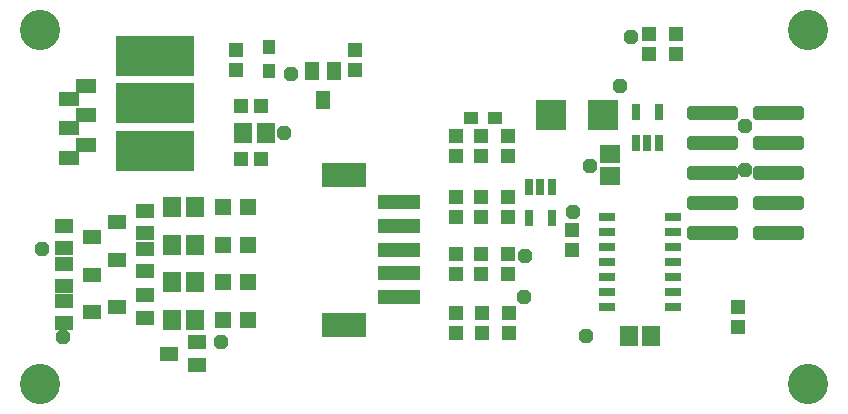
<source format=gbr>
G75*
G70*
%OFA0B0*%
%FSLAX24Y24*%
%IPPOS*%
%LPD*%
%AMOC8*
5,1,8,0,0,1.08239X$1,22.5*
%
%ADD10C,0.1340*%
%ADD11R,0.0513X0.0474*%
%ADD12R,0.0474X0.0513*%
%ADD13R,0.0552X0.0316*%
%ADD14R,0.1025X0.1025*%
%ADD15R,0.0671X0.0592*%
%ADD16C,0.0237*%
%ADD17R,0.0592X0.0671*%
%ADD18R,0.0631X0.0474*%
%ADD19R,0.0474X0.0631*%
%ADD20R,0.0552X0.0552*%
%ADD21R,0.0474X0.0395*%
%ADD22R,0.0297X0.0552*%
%ADD23R,0.1419X0.0474*%
%ADD24R,0.1497X0.0789*%
%ADD25R,0.0395X0.0474*%
%ADD26R,0.0651X0.0474*%
%ADD27R,0.2620X0.1360*%
%ADD28OC8,0.0476*%
D10*
X001084Y001428D03*
X001084Y013239D03*
X026675Y013239D03*
X026675Y001428D03*
D11*
X024332Y003332D03*
X024332Y004001D03*
X015820Y003804D03*
X014948Y003804D03*
X014948Y003135D03*
X015820Y003135D03*
X015781Y005107D03*
X014948Y005107D03*
X014948Y005777D03*
X015781Y005777D03*
X015781Y007001D03*
X014948Y007001D03*
X014948Y007670D03*
X015781Y007670D03*
X015781Y009013D03*
X014948Y009013D03*
X014948Y009682D03*
X015781Y009682D03*
X011565Y011899D03*
X011565Y012568D03*
X007620Y012574D03*
X007620Y011904D03*
X022266Y012414D03*
X022266Y013084D03*
D12*
X021377Y013084D03*
X021377Y012414D03*
X016658Y009682D03*
X016658Y009013D03*
X016658Y007670D03*
X016658Y007001D03*
X018804Y006568D03*
X018804Y005899D03*
X016658Y005777D03*
X016658Y005107D03*
X016697Y003804D03*
X016697Y003135D03*
X008435Y008944D03*
X007765Y008944D03*
X007780Y010699D03*
X008449Y010699D03*
D13*
X019965Y006983D03*
X019965Y006483D03*
X019965Y005983D03*
X019965Y005483D03*
X019965Y004983D03*
X019965Y004483D03*
X019965Y003983D03*
X022170Y003983D03*
X022170Y004483D03*
X022170Y004983D03*
X022170Y005483D03*
X022170Y005983D03*
X022170Y006483D03*
X022170Y006983D03*
D14*
X019835Y010412D03*
X018103Y010412D03*
D15*
X020068Y009107D03*
X020068Y008359D03*
D16*
X022726Y008586D02*
X024204Y008586D01*
X024204Y008348D01*
X022726Y008348D01*
X022726Y008586D01*
X022726Y008584D02*
X024204Y008584D01*
X024926Y008586D02*
X026404Y008586D01*
X026404Y008348D01*
X024926Y008348D01*
X024926Y008586D01*
X024926Y008584D02*
X026404Y008584D01*
X026404Y009586D02*
X024926Y009586D01*
X026404Y009586D02*
X026404Y009348D01*
X024926Y009348D01*
X024926Y009586D01*
X024926Y009584D02*
X026404Y009584D01*
X026404Y010586D02*
X024926Y010586D01*
X026404Y010586D02*
X026404Y010348D01*
X024926Y010348D01*
X024926Y010586D01*
X024926Y010584D02*
X026404Y010584D01*
X024204Y010586D02*
X022726Y010586D01*
X024204Y010586D02*
X024204Y010348D01*
X022726Y010348D01*
X022726Y010586D01*
X022726Y010584D02*
X024204Y010584D01*
X024204Y009586D02*
X022726Y009586D01*
X024204Y009586D02*
X024204Y009348D01*
X022726Y009348D01*
X022726Y009586D01*
X022726Y009584D02*
X024204Y009584D01*
X024204Y007586D02*
X022726Y007586D01*
X024204Y007586D02*
X024204Y007348D01*
X022726Y007348D01*
X022726Y007586D01*
X022726Y007584D02*
X024204Y007584D01*
X024926Y007586D02*
X026404Y007586D01*
X026404Y007348D01*
X024926Y007348D01*
X024926Y007586D01*
X024926Y007584D02*
X026404Y007584D01*
X026404Y006586D02*
X024926Y006586D01*
X026404Y006586D02*
X026404Y006348D01*
X024926Y006348D01*
X024926Y006586D01*
X024926Y006584D02*
X026404Y006584D01*
X024204Y006586D02*
X022726Y006586D01*
X024204Y006586D02*
X024204Y006348D01*
X022726Y006348D01*
X022726Y006586D01*
X022726Y006584D02*
X024204Y006584D01*
D17*
X021442Y003036D03*
X020694Y003036D03*
X008594Y009794D03*
X007846Y009794D03*
X006224Y007320D03*
X005476Y007320D03*
X005476Y006070D03*
X006224Y006070D03*
X006224Y004820D03*
X005476Y004820D03*
X005476Y003570D03*
X006224Y003570D03*
D18*
X006322Y002819D03*
X005378Y002445D03*
X006322Y002071D03*
X004572Y003631D03*
X003628Y004005D03*
X002822Y003820D03*
X001878Y004194D03*
X001878Y004696D03*
X002822Y005070D03*
X003628Y005570D03*
X004572Y005944D03*
X004572Y006446D03*
X003628Y006820D03*
X002822Y006320D03*
X001878Y006694D03*
X001878Y005946D03*
X001878Y005444D03*
X004572Y005196D03*
X004572Y004379D03*
X001878Y003446D03*
X004572Y007194D03*
D19*
X010512Y010908D03*
X010138Y011852D03*
X010886Y011852D03*
D20*
X008013Y007320D03*
X007187Y007320D03*
X007187Y006070D03*
X008013Y006070D03*
X008013Y004820D03*
X007187Y004820D03*
X007187Y003570D03*
X008013Y003570D03*
D21*
X015437Y010283D03*
X016224Y010283D03*
D22*
X017377Y007979D03*
X017751Y007979D03*
X018125Y007979D03*
X018125Y006956D03*
X017377Y006956D03*
X020944Y009471D03*
X021318Y009471D03*
X021692Y009471D03*
X021692Y010495D03*
X020944Y010495D03*
D23*
X013047Y007481D03*
X013047Y006694D03*
X013047Y005907D03*
X013047Y005119D03*
X013047Y004332D03*
D24*
X011216Y003407D03*
X011216Y008407D03*
D25*
X008712Y011861D03*
X008712Y012649D03*
D26*
X002600Y011364D03*
X002029Y010931D03*
X002600Y010380D03*
X002029Y009947D03*
X002600Y009396D03*
X002029Y008963D03*
D27*
X004898Y009204D03*
X004898Y010779D03*
X004898Y012353D03*
D28*
X009450Y011763D03*
X009204Y009794D03*
X001153Y005938D03*
X001850Y002984D03*
X007100Y002820D03*
X017202Y004343D03*
X017242Y005692D03*
X018855Y007168D03*
X019416Y008680D03*
X020402Y011377D03*
X020769Y012993D03*
X024583Y010040D03*
X024583Y008564D03*
X019280Y003036D03*
M02*

</source>
